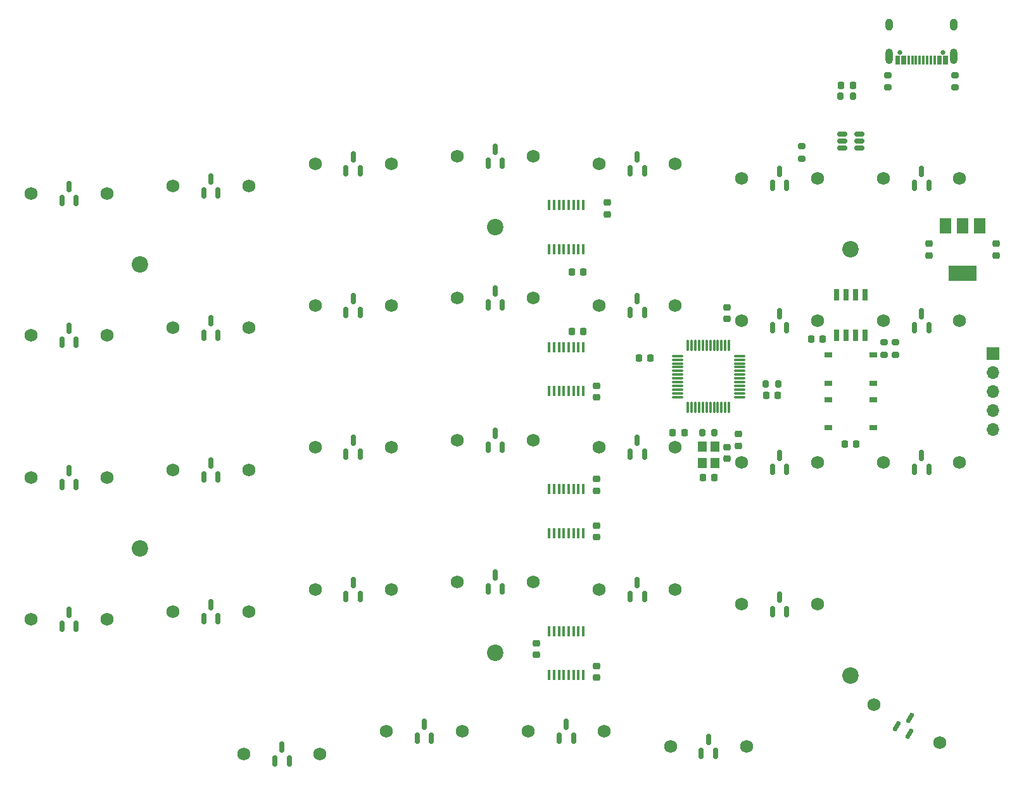
<source format=gbr>
%TF.GenerationSoftware,KiCad,Pcbnew,7.0.6*%
%TF.CreationDate,2023-09-02T14:36:04+09:00*%
%TF.ProjectId,ember,656d6265-722e-46b6-9963-61645f706362,rev?*%
%TF.SameCoordinates,Original*%
%TF.FileFunction,Soldermask,Bot*%
%TF.FilePolarity,Negative*%
%FSLAX46Y46*%
G04 Gerber Fmt 4.6, Leading zero omitted, Abs format (unit mm)*
G04 Created by KiCad (PCBNEW 7.0.6) date 2023-09-02 14:36:04*
%MOMM*%
%LPD*%
G01*
G04 APERTURE LIST*
G04 Aperture macros list*
%AMRoundRect*
0 Rectangle with rounded corners*
0 $1 Rounding radius*
0 $2 $3 $4 $5 $6 $7 $8 $9 X,Y pos of 4 corners*
0 Add a 4 corners polygon primitive as box body*
4,1,4,$2,$3,$4,$5,$6,$7,$8,$9,$2,$3,0*
0 Add four circle primitives for the rounded corners*
1,1,$1+$1,$2,$3*
1,1,$1+$1,$4,$5*
1,1,$1+$1,$6,$7*
1,1,$1+$1,$8,$9*
0 Add four rect primitives between the rounded corners*
20,1,$1+$1,$2,$3,$4,$5,0*
20,1,$1+$1,$4,$5,$6,$7,0*
20,1,$1+$1,$6,$7,$8,$9,0*
20,1,$1+$1,$8,$9,$2,$3,0*%
G04 Aperture macros list end*
%ADD10C,1.750000*%
%ADD11C,2.200000*%
%ADD12R,1.500000X2.000000*%
%ADD13R,3.800000X2.000000*%
%ADD14RoundRect,0.225000X-0.250000X0.225000X-0.250000X-0.225000X0.250000X-0.225000X0.250000X0.225000X0*%
%ADD15RoundRect,0.150000X0.150000X-0.587500X0.150000X0.587500X-0.150000X0.587500X-0.150000X-0.587500X0*%
%ADD16R,1.700000X1.700000*%
%ADD17O,1.700000X1.700000*%
%ADD18RoundRect,0.200000X-0.275000X0.200000X-0.275000X-0.200000X0.275000X-0.200000X0.275000X0.200000X0*%
%ADD19RoundRect,0.200000X0.200000X0.275000X-0.200000X0.275000X-0.200000X-0.275000X0.200000X-0.275000X0*%
%ADD20RoundRect,0.225000X-0.225000X-0.250000X0.225000X-0.250000X0.225000X0.250000X-0.225000X0.250000X0*%
%ADD21RoundRect,0.225000X0.250000X-0.225000X0.250000X0.225000X-0.250000X0.225000X-0.250000X-0.225000X0*%
%ADD22R,0.450000X1.475000*%
%ADD23RoundRect,0.150000X-0.163846X-0.583790X0.423654X0.433790X0.163846X0.583790X-0.423654X-0.433790X0*%
%ADD24R,1.000000X0.750000*%
%ADD25RoundRect,0.075000X0.075000X-0.662500X0.075000X0.662500X-0.075000X0.662500X-0.075000X-0.662500X0*%
%ADD26RoundRect,0.075000X0.662500X-0.075000X0.662500X0.075000X-0.662500X0.075000X-0.662500X-0.075000X0*%
%ADD27RoundRect,0.225000X0.225000X0.250000X-0.225000X0.250000X-0.225000X-0.250000X0.225000X-0.250000X0*%
%ADD28RoundRect,0.200000X0.275000X-0.200000X0.275000X0.200000X-0.275000X0.200000X-0.275000X-0.200000X0*%
%ADD29RoundRect,0.150000X-0.512500X-0.150000X0.512500X-0.150000X0.512500X0.150000X-0.512500X0.150000X0*%
%ADD30R,1.200000X1.400000*%
%ADD31RoundRect,0.200000X-0.200000X-0.275000X0.200000X-0.275000X0.200000X0.275000X-0.200000X0.275000X0*%
%ADD32R,0.650000X1.525000*%
%ADD33C,0.650000*%
%ADD34R,0.300000X1.150000*%
%ADD35O,1.000000X1.600000*%
%ADD36O,1.000000X2.100000*%
%ADD37RoundRect,0.218750X-0.218750X-0.256250X0.218750X-0.256250X0.218750X0.256250X-0.218750X0.256250X0*%
G04 APERTURE END LIST*
D10*
%TO.C,H35*%
X102920000Y-137500000D03*
X113080000Y-137500000D03*
%TD*%
%TO.C,H23*%
X93420000Y-99500000D03*
X103580000Y-99500000D03*
%TD*%
D11*
%TO.C,H3*%
X70000000Y-113000000D03*
%TD*%
D10*
%TO.C,H9*%
X93420000Y-61500000D03*
X103580000Y-61500000D03*
%TD*%
%TO.C,H26*%
X150420000Y-101500000D03*
X160580000Y-101500000D03*
%TD*%
%TO.C,H8*%
X74420000Y-64500000D03*
X84580000Y-64500000D03*
%TD*%
%TO.C,H37*%
X140920000Y-139500000D03*
X151080000Y-139500000D03*
%TD*%
%TO.C,H17*%
X112420000Y-79500000D03*
X122580000Y-79500000D03*
%TD*%
%TO.C,H25*%
X131420000Y-99500000D03*
X141580000Y-99500000D03*
%TD*%
%TO.C,H15*%
X74420000Y-83500000D03*
X84580000Y-83500000D03*
%TD*%
%TO.C,H30*%
X93420000Y-118500000D03*
X103580000Y-118500000D03*
%TD*%
%TO.C,H27*%
X169420000Y-101500000D03*
X179580000Y-101500000D03*
%TD*%
%TO.C,H7*%
X55420000Y-65500000D03*
X65580000Y-65500000D03*
%TD*%
%TO.C,H29*%
X74420000Y-121500000D03*
X84580000Y-121500000D03*
%TD*%
%TO.C,H16*%
X93420000Y-80500000D03*
X103580000Y-80500000D03*
%TD*%
D11*
%TO.C,H1*%
X70000000Y-75000000D03*
%TD*%
D10*
%TO.C,H20*%
X169420000Y-82500000D03*
X179580000Y-82500000D03*
%TD*%
D11*
%TO.C,H4*%
X165000000Y-73000000D03*
%TD*%
D10*
%TO.C,H38*%
X168100591Y-133960000D03*
X176899409Y-139040000D03*
%TD*%
%TO.C,H11*%
X131420000Y-61500000D03*
X141580000Y-61500000D03*
%TD*%
%TO.C,H22*%
X74420000Y-102500000D03*
X84580000Y-102500000D03*
%TD*%
%TO.C,H13*%
X169420000Y-63500000D03*
X179580000Y-63500000D03*
%TD*%
%TO.C,H19*%
X150420000Y-82500000D03*
X160580000Y-82500000D03*
%TD*%
D11*
%TO.C,H2*%
X165000000Y-130000000D03*
%TD*%
D10*
%TO.C,H36*%
X121920000Y-137500000D03*
X132080000Y-137500000D03*
%TD*%
%TO.C,H14*%
X55420000Y-84500000D03*
X65580000Y-84500000D03*
%TD*%
%TO.C,H21*%
X55420000Y-103500000D03*
X65580000Y-103500000D03*
%TD*%
%TO.C,H24*%
X112420000Y-98500000D03*
X122580000Y-98500000D03*
%TD*%
%TO.C,H31*%
X112420000Y-117500000D03*
X122580000Y-117500000D03*
%TD*%
D11*
%TO.C,H5*%
X117500000Y-127000000D03*
%TD*%
D10*
%TO.C,H32*%
X131420000Y-118500000D03*
X141580000Y-118500000D03*
%TD*%
%TO.C,H18*%
X131420000Y-80500000D03*
X141580000Y-80500000D03*
%TD*%
%TO.C,H12*%
X150420000Y-63500000D03*
X160580000Y-63500000D03*
%TD*%
%TO.C,H33*%
X150420000Y-120500000D03*
X160580000Y-120500000D03*
%TD*%
%TO.C,H34*%
X83920000Y-140500000D03*
X94080000Y-140500000D03*
%TD*%
D11*
%TO.C,H6*%
X117500000Y-70000000D03*
%TD*%
D10*
%TO.C,H10*%
X112420000Y-60500000D03*
X122580000Y-60500000D03*
%TD*%
%TO.C,H28*%
X55420000Y-122500000D03*
X65580000Y-122500000D03*
%TD*%
D12*
%TO.C,U2*%
X177700000Y-69850000D03*
X180000000Y-69850000D03*
D13*
X180000000Y-76150000D03*
D12*
X182300000Y-69850000D03*
%TD*%
D14*
%TO.C,C18*%
X123000000Y-125725000D03*
X123000000Y-127275000D03*
%TD*%
D15*
%TO.C,U18*%
X80450000Y-103437500D03*
X78550000Y-103437500D03*
X79500000Y-101562500D03*
%TD*%
%TO.C,U3*%
X61450000Y-66437500D03*
X59550000Y-66437500D03*
X60500000Y-64562500D03*
%TD*%
D16*
%TO.C,J2*%
X184000000Y-86920000D03*
D17*
X184000000Y-89460000D03*
X184000000Y-92000000D03*
X184000000Y-94540000D03*
X184000000Y-97080000D03*
%TD*%
D18*
%TO.C,R1*%
X170000000Y-49675000D03*
X170000000Y-51325000D03*
%TD*%
D19*
%TO.C,R4*%
X146825000Y-97500000D03*
X145175000Y-97500000D03*
%TD*%
D15*
%TO.C,U12*%
X99450000Y-81437500D03*
X97550000Y-81437500D03*
X98500000Y-79562500D03*
%TD*%
D20*
%TO.C,C2*%
X153725000Y-92500000D03*
X155275000Y-92500000D03*
%TD*%
D21*
%TO.C,C10*%
X175500000Y-73775000D03*
X175500000Y-72225000D03*
%TD*%
D15*
%TO.C,U8*%
X156450000Y-64437500D03*
X154550000Y-64437500D03*
X155500000Y-62562500D03*
%TD*%
%TO.C,U20*%
X118450000Y-99437500D03*
X116550000Y-99437500D03*
X117500000Y-97562500D03*
%TD*%
%TO.C,U14*%
X137450000Y-81437500D03*
X135550000Y-81437500D03*
X136500000Y-79562500D03*
%TD*%
D14*
%TO.C,C16*%
X131000000Y-103725000D03*
X131000000Y-105275000D03*
%TD*%
D22*
%TO.C,IC3*%
X129275000Y-91938000D03*
X128625000Y-91938000D03*
X127975000Y-91938000D03*
X127325000Y-91938000D03*
X126675000Y-91938000D03*
X126025000Y-91938000D03*
X125375000Y-91938000D03*
X124725000Y-91938000D03*
X124725000Y-86062000D03*
X125375000Y-86062000D03*
X126025000Y-86062000D03*
X126675000Y-86062000D03*
X127325000Y-86062000D03*
X127975000Y-86062000D03*
X128625000Y-86062000D03*
X129275000Y-86062000D03*
%TD*%
D18*
%TO.C,R3*%
X158500000Y-59175000D03*
X158500000Y-60825000D03*
%TD*%
D15*
%TO.C,U9*%
X175450000Y-64437500D03*
X173550000Y-64437500D03*
X174500000Y-62562500D03*
%TD*%
%TO.C,U24*%
X61450000Y-123437500D03*
X59550000Y-123437500D03*
X60500000Y-121562500D03*
%TD*%
D23*
%TO.C,U34*%
X172853974Y-137786899D03*
X171208526Y-136836899D03*
X172968750Y-135688101D03*
%TD*%
D21*
%TO.C,C15*%
X131000000Y-92775000D03*
X131000000Y-91225000D03*
%TD*%
D24*
%TO.C,SW2*%
X162000000Y-96875000D03*
X168000000Y-96875000D03*
X162000000Y-93125000D03*
X168000000Y-93125000D03*
%TD*%
D25*
%TO.C,MCU1*%
X148750000Y-94162500D03*
X148250000Y-94162500D03*
X147750000Y-94162500D03*
X147250000Y-94162500D03*
X146750000Y-94162500D03*
X146250000Y-94162500D03*
X145750000Y-94162500D03*
X145250000Y-94162500D03*
X144750000Y-94162500D03*
X144250000Y-94162500D03*
X143750000Y-94162500D03*
X143250000Y-94162500D03*
D26*
X141837500Y-92750000D03*
X141837500Y-92250000D03*
X141837500Y-91750000D03*
X141837500Y-91250000D03*
X141837500Y-90750000D03*
X141837500Y-90250000D03*
X141837500Y-89750000D03*
X141837500Y-89250000D03*
X141837500Y-88750000D03*
X141837500Y-88250000D03*
X141837500Y-87750000D03*
X141837500Y-87250000D03*
D25*
X143250000Y-85837500D03*
X143750000Y-85837500D03*
X144250000Y-85837500D03*
X144750000Y-85837500D03*
X145250000Y-85837500D03*
X145750000Y-85837500D03*
X146250000Y-85837500D03*
X146750000Y-85837500D03*
X147250000Y-85837500D03*
X147750000Y-85837500D03*
X148250000Y-85837500D03*
X148750000Y-85837500D03*
D26*
X150162500Y-87250000D03*
X150162500Y-87750000D03*
X150162500Y-88250000D03*
X150162500Y-88750000D03*
X150162500Y-89250000D03*
X150162500Y-89750000D03*
X150162500Y-90250000D03*
X150162500Y-90750000D03*
X150162500Y-91250000D03*
X150162500Y-91750000D03*
X150162500Y-92250000D03*
X150162500Y-92750000D03*
%TD*%
D22*
%TO.C,IC5*%
X129275000Y-129938000D03*
X128625000Y-129938000D03*
X127975000Y-129938000D03*
X127325000Y-129938000D03*
X126675000Y-129938000D03*
X126025000Y-129938000D03*
X125375000Y-129938000D03*
X124725000Y-129938000D03*
X124725000Y-124062000D03*
X125375000Y-124062000D03*
X126025000Y-124062000D03*
X126675000Y-124062000D03*
X127325000Y-124062000D03*
X127975000Y-124062000D03*
X128625000Y-124062000D03*
X129275000Y-124062000D03*
%TD*%
%TO.C,IC2*%
X129275000Y-72938000D03*
X128625000Y-72938000D03*
X127975000Y-72938000D03*
X127325000Y-72938000D03*
X126675000Y-72938000D03*
X126025000Y-72938000D03*
X125375000Y-72938000D03*
X124725000Y-72938000D03*
X124725000Y-67062000D03*
X125375000Y-67062000D03*
X126025000Y-67062000D03*
X126675000Y-67062000D03*
X127325000Y-67062000D03*
X127975000Y-67062000D03*
X128625000Y-67062000D03*
X129275000Y-67062000D03*
%TD*%
D27*
%TO.C,C8*%
X161275000Y-85000000D03*
X159725000Y-85000000D03*
%TD*%
D28*
%TO.C,R5*%
X169500000Y-87075000D03*
X169500000Y-85425000D03*
%TD*%
D21*
%TO.C,C19*%
X131000000Y-130275000D03*
X131000000Y-128725000D03*
%TD*%
D24*
%TO.C,SW1*%
X162000000Y-90875000D03*
X168000000Y-90875000D03*
X162000000Y-87125000D03*
X168000000Y-87125000D03*
%TD*%
D15*
%TO.C,U27*%
X118450000Y-118437500D03*
X116550000Y-118437500D03*
X117500000Y-116562500D03*
%TD*%
D14*
%TO.C,C6*%
X148500000Y-99450000D03*
X148500000Y-101000000D03*
%TD*%
D15*
%TO.C,U16*%
X175450000Y-83437500D03*
X173550000Y-83437500D03*
X174500000Y-81562500D03*
%TD*%
D20*
%TO.C,C14*%
X127725000Y-84000000D03*
X129275000Y-84000000D03*
%TD*%
D15*
%TO.C,U21*%
X137450000Y-100437500D03*
X135550000Y-100437500D03*
X136500000Y-98562500D03*
%TD*%
D29*
%TO.C,U1*%
X163862500Y-59450000D03*
X163862500Y-58500000D03*
X163862500Y-57550000D03*
X166137500Y-57550000D03*
X166137500Y-58500000D03*
X166137500Y-59450000D03*
%TD*%
D15*
%TO.C,U31*%
X108950000Y-138437500D03*
X107050000Y-138437500D03*
X108000000Y-136562500D03*
%TD*%
%TO.C,U32*%
X127950000Y-138437500D03*
X126050000Y-138437500D03*
X127000000Y-136562500D03*
%TD*%
D14*
%TO.C,C9*%
X184500000Y-72225000D03*
X184500000Y-73775000D03*
%TD*%
D15*
%TO.C,U26*%
X99450000Y-119437500D03*
X97550000Y-119437500D03*
X98500000Y-117562500D03*
%TD*%
D30*
%TO.C,Y1*%
X146850000Y-99400000D03*
X146850000Y-101600000D03*
X145150000Y-101600000D03*
X145150000Y-99400000D03*
%TD*%
D28*
%TO.C,R6*%
X171000000Y-87075000D03*
X171000000Y-85425000D03*
%TD*%
D15*
%TO.C,U15*%
X156450000Y-83437500D03*
X154550000Y-83437500D03*
X155500000Y-81562500D03*
%TD*%
D20*
%TO.C,C13*%
X127725000Y-76000000D03*
X129275000Y-76000000D03*
%TD*%
D15*
%TO.C,U23*%
X175450000Y-102437500D03*
X173550000Y-102437500D03*
X174500000Y-100562500D03*
%TD*%
%TO.C,U7*%
X137450000Y-62437500D03*
X135550000Y-62437500D03*
X136500000Y-60562500D03*
%TD*%
%TO.C,U25*%
X80450000Y-122437500D03*
X78550000Y-122437500D03*
X79500000Y-120562500D03*
%TD*%
D31*
%TO.C,R7*%
X163675000Y-52500000D03*
X165325000Y-52500000D03*
%TD*%
D15*
%TO.C,U17*%
X61450000Y-104437500D03*
X59550000Y-104437500D03*
X60500000Y-102562500D03*
%TD*%
%TO.C,U28*%
X137450000Y-119437500D03*
X135550000Y-119437500D03*
X136500000Y-117562500D03*
%TD*%
%TO.C,U22*%
X156450000Y-102437500D03*
X154550000Y-102437500D03*
X155500000Y-100562500D03*
%TD*%
%TO.C,U5*%
X99450000Y-62437500D03*
X97550000Y-62437500D03*
X98500000Y-60562500D03*
%TD*%
%TO.C,U13*%
X118450000Y-80437500D03*
X116550000Y-80437500D03*
X117500000Y-78562500D03*
%TD*%
D27*
%TO.C,C4*%
X138275000Y-87500000D03*
X136725000Y-87500000D03*
%TD*%
D15*
%TO.C,U11*%
X80450000Y-84437500D03*
X78550000Y-84437500D03*
X79500000Y-82562500D03*
%TD*%
%TO.C,U6*%
X118450000Y-61437500D03*
X116550000Y-61437500D03*
X117500000Y-59562500D03*
%TD*%
%TO.C,U19*%
X99450000Y-100437500D03*
X97550000Y-100437500D03*
X98500000Y-98562500D03*
%TD*%
D20*
%TO.C,C11*%
X164225000Y-99000000D03*
X165775000Y-99000000D03*
%TD*%
D27*
%TO.C,C5*%
X142775000Y-97500000D03*
X141225000Y-97500000D03*
%TD*%
D32*
%TO.C,IC1*%
X163095000Y-79038000D03*
X164365000Y-79038000D03*
X165635000Y-79038000D03*
X166905000Y-79038000D03*
X166905000Y-84462000D03*
X165635000Y-84462000D03*
X164365000Y-84462000D03*
X163095000Y-84462000D03*
%TD*%
D33*
%TO.C,J1*%
X171610000Y-46605000D03*
X177390000Y-46605000D03*
D34*
X171150000Y-47670000D03*
X171950000Y-47670000D03*
X173250000Y-47670000D03*
X174250000Y-47670000D03*
X174750000Y-47670000D03*
X175750000Y-47670000D03*
X177050000Y-47670000D03*
X177850000Y-47670000D03*
X177550000Y-47670000D03*
X176750000Y-47670000D03*
X176250000Y-47670000D03*
X175250000Y-47670000D03*
X173750000Y-47670000D03*
X172750000Y-47670000D03*
X172250000Y-47670000D03*
X171450000Y-47670000D03*
D35*
X170180000Y-42925000D03*
D36*
X170180000Y-47105000D03*
D35*
X178820000Y-42925000D03*
D36*
X178820000Y-47105000D03*
%TD*%
D14*
%TO.C,C17*%
X131000000Y-109950000D03*
X131000000Y-111500000D03*
%TD*%
D20*
%TO.C,C7*%
X145225000Y-103500000D03*
X146775000Y-103500000D03*
%TD*%
D14*
%TO.C,C12*%
X132500000Y-66725000D03*
X132500000Y-68275000D03*
%TD*%
D15*
%TO.C,U29*%
X156450000Y-121437500D03*
X154550000Y-121437500D03*
X155500000Y-119562500D03*
%TD*%
%TO.C,U10*%
X61450000Y-85437500D03*
X59550000Y-85437500D03*
X60500000Y-83562500D03*
%TD*%
D31*
%TO.C,R8*%
X153675000Y-91000000D03*
X155325000Y-91000000D03*
%TD*%
D18*
%TO.C,R2*%
X179000000Y-49675000D03*
X179000000Y-51325000D03*
%TD*%
D21*
%TO.C,C1*%
X148500000Y-82275000D03*
X148500000Y-80725000D03*
%TD*%
D15*
%TO.C,U4*%
X80450000Y-65437500D03*
X78550000Y-65437500D03*
X79500000Y-63562500D03*
%TD*%
D14*
%TO.C,C3*%
X150000000Y-97725000D03*
X150000000Y-99275000D03*
%TD*%
D37*
%TO.C,D1*%
X163712500Y-51000000D03*
X165287500Y-51000000D03*
%TD*%
D15*
%TO.C,U30*%
X89950000Y-141437500D03*
X88050000Y-141437500D03*
X89000000Y-139562500D03*
%TD*%
%TO.C,U33*%
X146950000Y-140437500D03*
X145050000Y-140437500D03*
X146000000Y-138562500D03*
%TD*%
D22*
%TO.C,IC4*%
X129275000Y-110938000D03*
X128625000Y-110938000D03*
X127975000Y-110938000D03*
X127325000Y-110938000D03*
X126675000Y-110938000D03*
X126025000Y-110938000D03*
X125375000Y-110938000D03*
X124725000Y-110938000D03*
X124725000Y-105062000D03*
X125375000Y-105062000D03*
X126025000Y-105062000D03*
X126675000Y-105062000D03*
X127325000Y-105062000D03*
X127975000Y-105062000D03*
X128625000Y-105062000D03*
X129275000Y-105062000D03*
%TD*%
M02*

</source>
